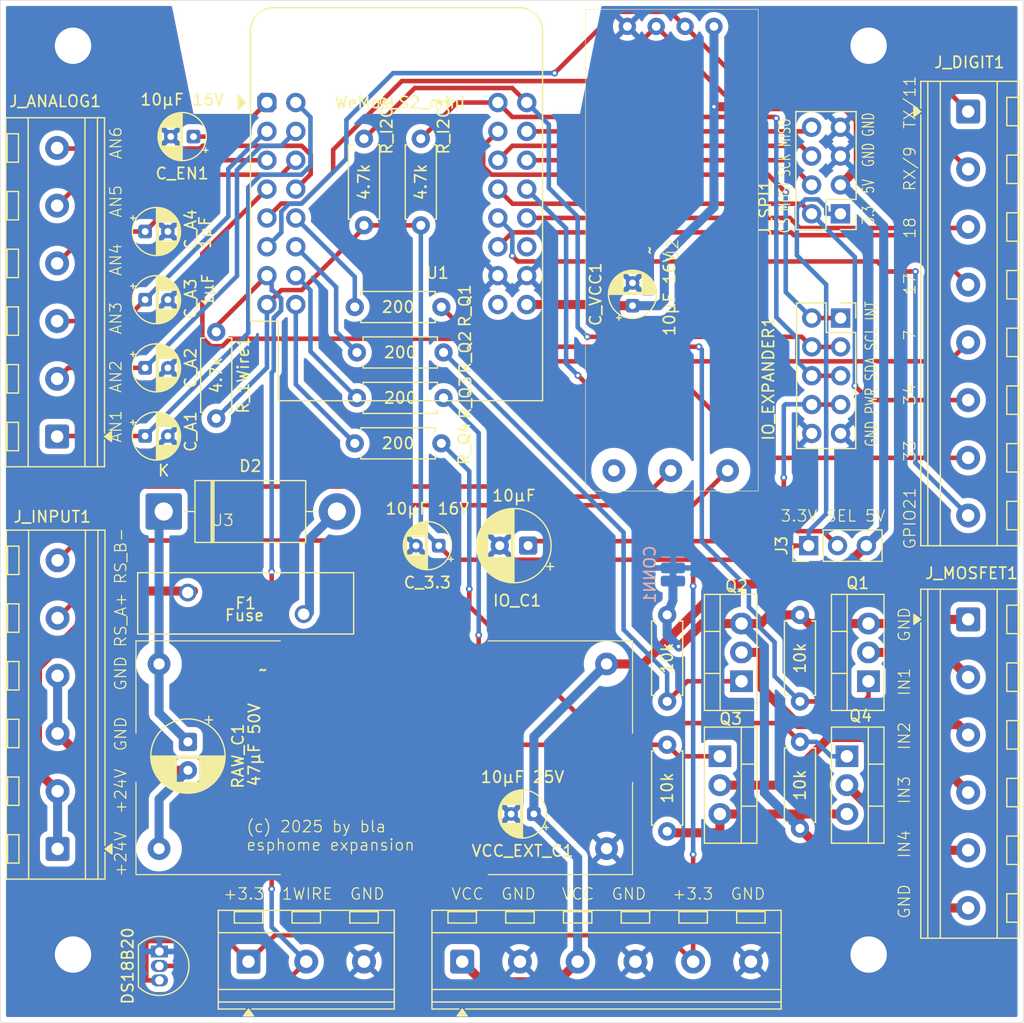
<source format=kicad_pcb>
(kicad_pcb (version 20241229) (generator "pcbnew") (generator_version "9.0")
  (layers (0 "F.Cu" signal) (2 "B.Cu" signal) (13 "F.Paste" user) (15 "B.Paste" user) (5 "F.SilkS" user "F.Silkscreen") (7 "B.SilkS" user "B.Silkscreen") (1 "F.Mask" user) (3 "B.Mask" user) (25 "Edge.Cuts" user))
  (net 0 "")
  (net 1 "GNDD")
  (net 2 "Net-(U1-EN)")
  (net 3 "VCC")
  (net 4 "/DAC_2")
  (net 5 "/GPIO_1")
  (net 6 "/GPIO_4")
  (net 7 "/GPIO_2")
  (net 8 "/GPIO_3")
  (net 11 "/DAC_1")
  (net 12 "/IN_POWER")
  (net 13 "GNDPWR")
  (net 14 "/IN_GROUND")
  (net 15 "/ANAL1")
  (net 16 "/ANAL2")
  (net 17 "+3.3V")
  (net 18 "Net-(IO_EXPANDER1-Pin_7)")
  (net 19 "/IO_INT")
  (net 20 "/IO_SCL")
  (net 21 "/IO_SDA")
  (net 22 "/Q1_INPUT")
  (net 23 "/ANAL3")
  (net 24 "/Q2_INPUT")
  (net 25 "/ANAL4")
  (net 26 "/Q3_INPUT")
  (net 27 "/Q4_INPUT")
  (net 28 "/ANAL6")
  (net 29 "/ANAL5")
  (net 30 "/RS_B-")
  (net 31 "/RS_A+")
  (net 32 "/FUSED")
  (net 33 "/RAW_POWER")
  (net 34 "/MOSI")
  (net 35 "/SPI_SCK")
  (net 36 "/MISO")
  (net 37 "Net-(Q1-G)")
  (net 38 "Net-(Q2-G)")
  (net 39 "Net-(Q3-G)")
  (net 40 "Net-(Q4-G)")
  (net 41 "/1_WIRE")
  (net 42 "/Q1_CTRL")
  (net 43 "/Q2_CTRL")
  (net 44 "/Q3_CTRL")
  (net 45 "/Q4_CTRL")
  (net 46 "/RS485_TX")
  (net 47 "/RS485_RX")
  (footprint "TerminalBlock_RND:TerminalBlock_RND_205-00236_1x06_P5.08mm_Horizontal" (layer "F.Cu") (at 55.64 98.6245)
    (property "Reference" "J_POWER1" (hide yes))
    (property "Value" "Screw_Terminal_01x06" (hide yes))
  )
  (footprint "Resistor_THT:R_Axial_DIN0207_L6.3mm_D2.5mm_P7.62mm_Horizontal" (layer "F.Cu") (at 53.81 53 180)
    (property "Reference" "R_Q4")
    (property "Value" "200")
  )
  (footprint "Capacitor_THT:CP_Radial_D4.0mm_P2.00mm" (layer "F.Cu") (at 61.9466 85.628 180)
    (property "Reference" "VCC_EXT_C1")
    (property "Value" "10µF 25V")
  )
  (footprint "Capacitor_THT:CP_Radial_D4.0mm_P2.00mm" (layer "F.Cu") (at 70.626 40.8806 90)
    (property "Reference" "C_VCC1")
    (property "Value" "10µF 16V")
  )
  (footprint "Capacitor_THT:CP_Radial_D4.0mm_P2.00mm" (layer "F.Cu") (at 27.7434 40.354)
    (property "Reference" "C_A3")
    (property "Value" "1µF")
  )
  (footprint "TerminalBlock_RND:TerminalBlock_RND_205-00236_1x06_P5.08mm_Horizontal" (layer "F.Cu") (at 20 52.4 90)
    (property "Reference" "J_ANALOG1")
    (property "Value" "Screw_Terminal_01x06" (hide yes))
  )
  (footprint "Resistor_THT:R_Axial_DIN0207_L6.3mm_D2.5mm_P7.62mm_Horizontal" (layer "F.Cu") (at 85.358 86.898 90)
    (property "Reference" "R_Q4b1" (hide yes))
    (property "Value" "10k")
  )
  (footprint "MountingHole:MountingHole_3.2mm_M3_Pad" (layer "F.Cu") (at 91.4 18)
    (property "Reference" "H1" (hide yes))
    (property "Value" "MountingHole_Pad" (hide yes))
  )
  (footprint "Connector_PinSocket_2.54mm:PinSocket_2x05_P2.54mm_Vertical" (layer "F.Cu") (at 88.934 41.97)
    (property "Reference" "IO_EXPANDER1")
    (property "Value" "Conn_02x05_Odd_Even" (hide yes))
  )
  (footprint "Package_TO_SOT_THT:TO-220-3_Vertical" (layer "F.Cu") (at 91.388 73.944 90)
    (property "Reference" "Q1")
    (property "Value" "IRLZ44N" (hide yes))
  )
  (footprint "Package_TO_SOT_THT:TO-220-3_Vertical" (layer "F.Cu") (at 78.312 80.548 -90)
    (property "Reference" "Q3")
    (property "Value" "IRLZ44N" (hide yes))
  )
  (footprint "Capacitor_THT:CP_Radial_D4.0mm_P2.00mm" (layer "F.Cu") (at 27.7434 46.354)
    (property "Reference" "C_A2")
    (property "Value" "1µF" (hide yes))
  )
  (footprint "Resistor_THT:R_Axial_DIN0207_L6.3mm_D2.5mm_P7.62mm_Horizontal" (layer "F.Cu") (at 54 45 180)
    (property "Reference" "R_Q2")
    (property "Value" "200")
  )
  (footprint "mod2_footprints:mod_hw-0519-rs-485" (layer "F.Cu") (at 74 36 90)
    (property "Reference" "U2")
    (property "Value" "~")
  )
  (footprint "MountingHole:MountingHole_3.2mm_M3_Pad" (layer "F.Cu") (at 21.4 98)
    (property "Reference" "H3" (hide yes))
    (property "Value" "MountingHole_Pad" (hide yes))
  )
  (footprint "s2mini:WEMOS_S2_mini" (layer "F.Cu") (at 38.46 23)
    (property "Reference" "U1")
    (property "Value" "WeMos_S2_mini")
  )
  (footprint "Capacitor_THT:CP_Radial_D4.0mm_P2.00mm" (layer "F.Cu") (at 32 26 180)
    (property "Reference" "C_EN1")
    (property "Value" "10µF 16V")
  )
  (footprint "Fuse:Fuse_BelFuse_0ZRE0100FF_L18.7mm_W5.1mm" (layer "F.Cu") (at 31.49 66.136)
    (property "Reference" "F1")
    (property "Value" "Fuse")
  )
  (footprint "Resistor_THT:R_Axial_DIN0207_L6.3mm_D2.5mm_P7.62mm_Horizontal" (layer "F.Cu") (at 85.358 68.102 -90)
    (property "Reference" "R_Q1b1" (hide yes))
    (property "Value" "10k")
  )
  (footprint "mod2_footprints:mod_LM2596" (layer "F.Cu") (at 26.938 70.388)
    (property "Reference" "U3")
    (property "Value" "~")
  )
  (footprint "Package_TO_SOT_THT:TO-220-3_Vertical" (layer "F.Cu") (at 89.488 80.548 -90)
    (property "Reference" "Q4")
    (property "Value" "IRLZ44N" (hide yes))
  )
  (footprint "Diode_THT:D_DO-201AD_P15.24mm_Horizontal" (layer "F.Cu") (at 29.38 59)
    (property "Reference" "D2")
    (property "Value" "1N5822" (hide yes))
  )
  (footprint "Capacitor_THT:CP_Radial_D6.3mm_P2.50mm" (layer "F.Cu") (at 31.51 79.278 -90)
    (property "Reference" "RAW_C1")
    (property "Value" "47µF 50V")
  )
  (footprint "Package_TO_SOT_THT:TO-220-3_Vertical" (layer "F.Cu") (at 80.212 73.944 90)
    (property "Reference" "Q2")
    (property "Value" "IRLZ44N" (hide yes))
  )
  (footprint "TerminalBlock_RND:TerminalBlock_RND_205-00233_1x03_P5.08mm_Horizontal" (layer "F.Cu") (at 36.839 98.6245)
    (property "Reference" "J_1WIRE1" (hide yes))
    (property "Value" "Screw_Terminal_01x03" (hide yes))
  )
  (footprint "Capacitor_THT:CP_Radial_D4.0mm_P2.00mm" (layer "F.Cu") (at 53.576 62.006 180)
    (property "Reference" "C_3.3")
    (property "Value" "10µF 16V")
  )
  (footprint "MountingHole:MountingHole_3.2mm_M3_Pad" (layer "F.Cu") (at 21.4 18)
    (property "Reference" "H4" (hide yes))
    (property "Value" "MountingHole_Pad" (hide yes))
  )
  (footprint "Resistor_THT:R_Axial_DIN0207_L6.3mm_D2.5mm_P7.62mm_Horizontal" (layer "F.Cu") (at 73.674 68.102 -90)
    (property "Reference" "R_Q2b1" (hide yes))
    (property "Value" "10k")
  )
  (footprint "TerminalBlock_RND:TerminalBlock_RND_205-00236_1x06_P5.08mm_Horizontal" (layer "F.Cu") (at 100.1575 68.5 -90)
    (property "Reference" "J_MOSFET1")
    (property "Value" "Screw_Terminal_01x06" (hide yes))
  )
  (footprint "Resistor_THT:R_Axial_DIN0207_L6.3mm_D2.5mm_P7.62mm_Horizontal" (layer "F.Cu") (at 47 26.19 -90)
    (property "Reference" "R_I2C2")
    (property "Value" "4.7k")
  )
  (footprint "Resistor_THT:R_Axial_DIN0207_L6.3mm_D2.5mm_P7.62mm_Horizontal" (layer "F.Cu") (at 53.81 41 180)
    (property "Reference" "R_Q1")
    (property "Value" "200")
  )
  (footprint "Capacitor_THT:CP_Radial_D6.3mm_P2.50mm" (layer "F.Cu") (at 61.442 62.006 180)
    (property "Reference" "IO_C1")
    (property "Value" "10µF")
  )
  (footprint "Capacitor_THT:CP_Radial_D4.0mm_P2.00mm" (layer "F.Cu") (at 27.7434 34.354)
    (property "Reference" "C_A4")
    (property "Value" "1µF")
  )
  (footprint "TerminalBlock_RND:TerminalBlock_RND_205-00236_1x06_P5.08mm_Horizontal" (layer "F.Cu") (at 20.0425 88.7 90)
    (property "Reference" "J_INPUT1")
    (property "Value" "Screw_Terminal_01x06" (hide yes))
  )
  (footprint "TerminalBlock_RND:TerminalBlock_RND_205-00238_1x08_P5.08mm_Horizontal" (layer "F.Cu") (at 100.1575 23.796 -90)
    (property "Reference" "J_DIGIT1")
    (property "Value" "Screw_Terminal_01x08" (hide yes))
  )
  (footprint "Resistor_THT:R_Axial_DIN0207_L6.3mm_D2.5mm_P7.62mm_Horizontal" (layer "F.Cu") (at 52 26.19 -90)
    (property "Reference" "R_I2C1")
    (property "Value" "4.7k")
  )
  (footprint "MountingHole:MountingHole_3.2mm_M3_Pad" (layer "F.Cu") (at 91.4 98)
    (property "Reference" "H2" (hide yes))
    (property "Value" "MountingHole_Pad" (hide yes))
  )
  (footprint "Connector_PinHeader_2.54mm:PinHeader_2x04_P2.54mm_Vertical" (layer "F.Cu") (at 88.919 32.796 180)
    (property "Reference" "J_SPI1")
    (property "Value" "Conn_02x04_Odd_Even" (hide yes))
  )
  (footprint "Capacitor_THT:CP_Radial_D4.0mm_P2.00mm" (layer "F.Cu") (at 27.7434 52.354)
    (property "Reference" "C_A1")
    (property "Value" "1µF" (hide yes))
  )
  (footprint "Package_TO_SOT_THT:TO-92_Inline" (layer "F.Cu") (at 29 97.73 -90)
    (property "Reference" "U4" (hide yes))
    (property "Value" "DS18B20")
  )
  (footprint "Resistor_THT:R_Axial_DIN0207_L6.3mm_D2.5mm_P7.62mm_Horizontal" (layer "F.Cu") (at 54 49 180)
    (property "Reference" "R_Q3")
    (property "Value" "200")
  )
  (footprint "Resistor_THT:R_Axial_DIN0207_L6.3mm_D2.5mm_P7.62mm_Horizontal" (layer "F.Cu") (at 73.674 87.152 90)
    (property "Reference" "R_Q3b1" (hide yes))
    (property "Value" "10k")
  )
  (footprint "Resistor_THT:R_Axial_DIN0207_L6.3mm_D2.5mm_P7.62mm_Horizontal" (layer "F.Cu") (at 34 43.19 -90)
    (property "Reference" "R_1Wire1")
    (property "Value" "4.7k")
  )
  (footprint "Connector_PinHeader_2.54mm:PinHeader_1x03_P2.54mm_Vertical" (layer "F.Cu") (at 86.12 62.006 90)
    (property "Reference" "J3")
    (property "Value" "Conn_01x03" (hide yes))
  )
  (footprint "Resistor_SMD:R_0508_1220Metric" (layer "B.Cu") (at 74.182 64.546 -90)
    (property "Reference" "CONN1")
    (property "Value" "0")
  )
  (gr_line (start 74.182 65.054) (end 74.182 66.832) (stroke (width 0.8)) (layer "B.Cu") (net 13))
  (gr_line (start 74.182 64.292) (end 74.182 64.8) (stroke (width 0.6)) (layer "B.Cu") (net 1))
  (gr_line (start 74.182 66.832) (end 73.674 68.102) (stroke (width 0.8)) (layer "B.Cu") (net 13))
  (gr_rect (start 15 14) (end 105 104) (stroke (width 0.05)) (fill no) (layer "Edge.Cuts"))
  (gr_text "GPIO21   33    34     7    17    18   RX/9  TX/11" (at 95.6075 62.396 90) (layer "F.SilkS") (effects (font (size 1 1) (thickness 0.1)) (justify left bottom)))
  (gr_text "+24V  +24V  GND   GND RS_A+ RS_B-" (at 26.176 91.216 90) (layer "F.SilkS") (effects (font (size 1 1) (thickness 0.1)) (justify left bottom)))
  (gr_text "+3.3  1WIRE  GND" (at 34.558 93.248 0) (layer "F.SilkS") (effects (font (size 1 1) (thickness 0.1)) (justify left bottom)))
  (gr_text "3.3V SEL 5V" (at 83.58 59.974 0) (layer "F.SilkS") (effects (font (size 1 1) (thickness 0.1)) (justify left bottom)))
  (gr_text "GND   IN4   IN3   IN2   IN1   GND" (at 95.12 94.916 90) (layer "F.SilkS") (effects (font (size 1 1) (thickness 0.1)) (justify left bottom)))
  (gr_text "3.3  5V  GND GND" (at 91.962 33.812 90) (layer "F.SilkS") (effects (font (size 1 0.7) (thickness 0.1)) (justify left bottom)))
  (gr_text "VCC  GND   VCC  GND   +3.3  GND" (at 54.624 93.248 0) (layer "F.SilkS") (effects (font (size 1 1) (thickness 0.1)) (justify left bottom)))
  (gr_text "CS MOSI SCK MISO" (at 84.599 34.566 90) (layer "F.SilkS") (effects (font (size 1 0.7) (thickness 0.1)) (justify left bottom)))
  (gr_text "AN1  AN2   AN3   AN4   AN5   AN6" (at 25.75 53 90) (layer "F.SilkS") (effects (font (size 1 1) (thickness 0.1)) (justify left bottom)))
  (gr_text "GND PWR SDA SCL INT" (at 92.216 53.37 90) (layer "F.SilkS") (effects (font (size 1 0.75) (thickness 0.1)) (justify left bottom)))
  (gr_text "(c) 2025 by bla\nesphome expansion" (at 36.59 88.93 0) (layer "F.SilkS") (effects (font (size 1 1) (thickness 0.1)) (justify left bottom)))
  (segment (start 32 26) (end 35.46 26) (width 0.4) (layer "F.Cu") (net 2))
  (segment (start 35.46 26) (end 38.46 23) (width 0.4) (layer "F.Cu") (net 2))
  (segment (start 68.8806 40.8806) (end 70.626 40.8806) (width 0.8) (layer "F.Cu") (net 3))
  (segment (start 90.4884 24.5485) (end 90.4884 28.6866) (width 0.8) (layer "F.Cu") (net 3))
  (segment (start 71.5717 72.42) (end 78.6059 65.3858) (width 0.8) (layer "F.Cu") (net 3))
  (segment (start 87.8202 65.3858) (end 91.2 62.006) (width 0.8) (layer "F.Cu") (net 3))
  (segment (start 77.79 23.3683) (end 89.3082 23.3683) (width 0.8) (layer "F.Cu") (net 3))
  (segment (start 68.78 40.78) (end 68.8806 40.8806) (width 0.8) (layer "F.Cu") (net 3))
  (segment (start 61.32 40.78) (end 68.78 40.78) (width 0.8) (layer "F.Cu") (net 3))
  (segment (start 57.4158 100.4003) (end 55.64 98.6245) (width 0.8) (layer "F.Cu") (net 3))
  (segment (start 90.4884 28.6866) (end 88.919 30.256) (width 0.8) (layer "F.Cu") (net 3))
  (segment (start 65.8 98.6245) (end 64.0242 100.4003) (width 0.8) (layer "F.Cu") (net 3))
  (segment (start 64.0242 100.4003) (end 57.4158 100.4003) (width 0.8) (layer "F.Cu") (net 3))
  (segment (start 89.3082 23.3683) (end 90.4884 24.5485) (width 0.8) (layer "F.Cu") (net 3))
  (segment (start 78.6059 65.3858) (end 87.8202 65.3858) (width 0.8) (layer "F.Cu") (net 3))
  (segment (start 68.34 72.42) (end 71.5717 72.42) (width 0.8) (layer "F.Cu") (net 3))
  (via (at 77.79 23.3683) (size 0.8) (drill 0.3) (layers "F.Cu" "B.Cu") (net 3))
  (segment (start 92.724 60.482) (end 91.2 62.006) (width 0.8) (layer "B.Cu") (net 3))
  (segment (start 89.1128 30.256) (end 92.724 33.8672) (width 0.8) (layer "B.Cu") (net 3))
  (segment (start 65.8 89.4814) (end 61.9466 85.628) (width 0.8) (layer "B.Cu") (net 3))
  (segment (start 92.724 33.8672) (end 92.724 60.482) (width 0.8) (layer "B.Cu") (net 3))
  (segment (start 61.9466 78.8134) (end 61.9466 85.628) (width 0.8) (layer "B.Cu") (net 3))
  (segment (start 65.8 98.6245) (end 65.8 89.4814) (width 0.8) (layer "B.Cu") (net 3))
  (segment (start 88.919 30.256) (end 89.1128 30.256) (width 0.8) (layer "B.Cu") (net 3))
  (segment (start 77.79 32.21) (end 73.42 36.58) (width 0.8) (layer "B.Cu") (net 3))
  (segment (start 73.42 40.416) (end 72.9554 40.8806) (width 0.8) (layer "B.Cu") (net 3))
  (segment (start 72.9554 40.8806) (end 70.626 40.8806) (width 0.8) (layer "B.Cu") (net 3))
  (segment (start 77.79 16.3) (end 77.79 23.3683) (width 0.8) (layer "B.Cu") (net 3))
  (segment (start 73.42 36.58) (end 73.42 40.416) (width 0.8) (layer "B.Cu") (net 3))
  (segment (start 68.34 72.42) (end 61.9466 78.8134) (width 0.8) (layer "B.Cu") (net 3))
  (segment (start 77.79 23.3683) (end 77.79 32.21) (width 0.8) (layer "B.Cu") (net 3))
  (segment (start 100.0658 34.0477) (end 100.1575 33.956) (width 0.4) (layer "F.Cu") (net 4))
  (segment (start 84.4591 33.16) (end 85.3468 34.0477) (width 0.4) (layer "F.Cu") (net 4))
  (segment (start 61.32 33.16) (end 84.4591 33.16) (width 0.4) (layer "F.Cu") (net 4))
  (segment (start 85.3468 34.0477) (end 100.0658 34.0477) (width 0.4) (layer "F.Cu") (net 4))
  (segment (start 93.0389 37.876) (end 92.1512 36.9883) (width 0.4) (layer "F.Cu") (net 5))
  (segment (start 92.1512 36.9883) (end 60.5483 36.9883) (width 0.4) (layer "F.Cu") (net 5))
  (segment (start 60.5483 36.9883) (end 60.05 36.49) (width 0.4) (layer "F.Cu") (net 5))
  (segment (start 95.518 37.876) (end 93.0389 37.876) (width 0.4) (layer "F.Cu") (net 5))
  (via (at 60.05 36.49) (size 0.6) (drill 0.3) (layers "F.Cu" "B.Cu") (net 5))
  (via (at 95.518 37.876) (size 0.6) (drill 0.3) (layers "F.Cu" "B.Cu") (net 5))
  (segment (start 95.518 54.7165) (end 100.1575 59.356) (width 0.4) (layer "B.Cu") (net 5))
  (segment (start 60.05 36.49) (end 60.05 34.43) (width 0.4) (layer "B.Cu") (net 5))
  (segment (start 60.05 34.43) (end 58.78 33.16) (width 0.4) (layer "B.Cu") (net 5))
  (segment (start 95.518 37.876) (end 95.518 54.7165) (width 0.4) (layer "B.Cu") (net 5))
  (segment (start 33.5355 44.4474) (end 32.7805 43.6924) (width 0.4) (layer "F.Cu") (net 6))
  (segment (start 34.5426 44.4474) (end 33.5355 44.4474) (width 0.4) (layer "F.Cu") (net 6))
  (segment (start 35.1969 43.7931) (end 34.5426 44.4474) (width 0.4) (layer "F.Cu") (net 6))
  (segment (start 100.1575 44.116) (end 98.4935 45.78) (width 0.4) (layer "F.Cu") (net 6))
  (segment (start 98.4935 45.78) (end 56.8928 45.78) (width 0.4) (layer "F.Cu") (net 6))
  (segment (start 56.8928 45.78) (end 54.9059 43.7931) (width 0.4) (layer "F.Cu") (net 6))
  (segment (start 54.9059 43.7931) (end 35.1969 43.7931) (width 0.4) (layer "F.Cu") (net 6))
  (segment (start 32.7805 36.2995) (end 38.46 30.62) (width 0.4) (layer "F.Cu") (net 6))
  (segment (start 32.7805 43.6924) (end 32.7805 36.2995) (width 0.4) (layer "F.Cu") (net 6))
  (segment (start 67.0898 48.29) (end 75.7928 48.29) (width 0.4) (layer "F.Cu") (net 7))
  (segment (start 65.8198 47.02) (end 67.0898 48.29) (width 0.4) (layer "F.Cu") (net 7))
  (segment (start 75.7928 48.29) (end 81.7788 54.276) (width 0.4) (layer "F.Cu") (net 7))
  (segment (start 81.7788 54.276) (end 100.1575 54.276) (width 0.4) (layer "F.Cu") (net 7))
  (via (at 65.8198 47.02) (size 0.6) (drill 0.3) (layers "F.Cu" "B.Cu") (net 7))
  (segment (start 65.8198 47.02) (end 64.784 45.9842) (width 0.4) (layer "B.Cu") (net 7))
  (segment (start 64.784 45.9842) (end 64.784 34.084) (width 0.4) (layer "B.Cu") (net 7))
  (segment (start 64.784 34.084) (end 61.32 30.62) (width 0.4) (layer "B.Cu") (net 7))
  (segment (start 85.4913 31.9083) (end 60.0683 31.9083) (width 0.4) (layer "F.Cu") (net 8))
  (segment (start 90.1857 47.929) (end 91.4527 49.196) (width 0.4) (layer "F.Cu") (net 8))
  (segment (start 91.4527 49.196) (end 100.1575 49.196) (width 0.4) (layer "F.Cu") (net 8))
  (segment (start 60.0683 31.9083) (end 58.78 30.62) (width 0.4) (layer "F.Cu") (net 8))
  (segment (start 86.379 32.796) (end 85.4913 31.9083) (width 0.4) (layer "F.Cu") (net 8))
  (via (at 90.1857 47.929) (size 0.6) (drill 0.3) (layers "F.Cu" "B.Cu") (net 8))
  (segment (start 90.1857 36.6027) (end 90.1857 47.929) (width 0.4) (layer "B.Cu") (net 8))
  (segment (start 86.379 32.796) (end 90.1857 36.6027) (width 0.4) (layer "B.Cu") (net 8))
  (segment (start 84.827 34.6789) (end 95.8004 34.6789) (width 0.4) (layer "F.Cu") (net 11))
  (segment (start 60.0501 34.4299) (end 84.578 34.4299) (width 0.4) (layer "F.Cu") (net 11))
  (segment (start 58.78 35.7) (end 60.0501 34.4299) (width 0.4) (layer "F.Cu") (net 11))
  (segment (start 95.8004 34.6789) (end 100.1575 39.036) (width 0.4) (layer "F.Cu") (net 11))
  (segment (start 84.578 34.4299) (end 84.827 34.6789) (width 0.4) (layer "F.Cu") (net 11))
  (segment (start 28.97 59.41) (end 28.97 72.42) (width 0.8) (layer "B.Cu") (net 12))
  (segment (start 31.51 79.278) (end 28.97 76.738) (width 0.8) (layer "B.Cu") (net 12))
  (segment (start 28.97 76.738) (end 28.97 72.42) (width 0.8) (layer "B.Cu") (net 12))
  (segment (start 29.38 59) (end 28.97 59.41) (width 0.8) (layer "B.Cu") (net 12))
  (segment (start 80.6787 68.864) (end 80.212 68.864) (width 0.8) (layer "F.Cu") (net 13))
  (segment (start 80.212 68.864) (end 76.7714 68.864) (width 0.8) (layer "F.Cu") (net 13))
  (segment (start 73.674 87.152) (end 73.8042 87.2822) (width 0.8) (layer "F.Cu") (net 13))
  (segment (start 89.488 85.628) (end 85.358 85.628) (width 0.8) (layer "F.Cu") (net 13))
  (segment (start 86.12 68.864) (end 85.358 68.102) (width 0.8) (layer "F.Cu") (net 13))
  (segment (start 80.6787 68.864) (end 81.9137 68.864) (width 0.8) (layer "F.Cu") (net 13))
  (segment (start 85.358 85.628) (end 78.312 85.628) (width 0.8) (layer "F.Cu") (net 13))
  (segment (start 100.1575 93.9) (end 92.36 93.9) (width 0.8) (layer "F.Cu") (net 13))
  (segment (start 74.712 70.9234) (end 74.6692 70.8806) (width 0.8) (layer "F.Cu") (net 13))
  (segment (start 85.358 85.628) (end 85.358 86.898) (width 0.8) (layer "F.Cu") (net 13))
  (segment (start 78.312 85.628) (end 78.312 87.2822) (width 0.8) (layer "F.Cu") (net 13))
  (segment (start 82.6757 68.102) (end 81.9137 68.864) (width 0.8) (layer "F.Cu") (net 13))
  (segment (start 91.388 68.864) (end 93.0897 68.864) (width 0.8) (layer "F.Cu") (net 13))
  (segment (start 76.7714 68.864) (end 74.712 70.9234) (width 0.8) (layer "F.Cu") (net 13))
  (segment (start 93.4537 68.5) (end 93.0897 68.864) (width 0.8) (layer "F.Cu") (net 13))
  (segment (start 100.1575 68.5) (end 93.4537 68.5) (width 0.8) (layer "F.Cu") (net 13))
  (segment (start 91.388 68.864) (end 86.12 68.864) (width 0.8) (layer "F.Cu") (net 13))
  (segment (start 73.8042 87.2822) (end 78.312 87.2822) (width 0.8) (layer "F.Cu") (net 13))
  (segment (start 85.358 68.102) (end 82.6757 68.102) (width 0.8) (layer "F.Cu") (net 13))
  (segment (start 92.36 93.9) (end 85.358 86.898) (width 0.8) (layer "F.Cu") (net 13))
  (via (at 74.6692 70.8806) (size 0.8) (drill 0.3) (layers "F.Cu" "B.Cu") (net 13))
  (segment (start 85.358 86.898) (end 82.2266 83.7666) (width 0.8) (layer "B.Cu") (net 13))
  (segment (start 73.674 69.8854) (end 73.674 68.102) (width 0.8) (layer "B.Cu") (net 13))
  (segment (start 82.2266 83.7666) (end 82.2266 70.8786) (width 0.8) (layer "B.Cu") (net 13))
  (segment (start 82.2266 70.8786) (end 80.212 68.864) (width 0.8) (layer "B.Cu") (net 13))
  (segment (start 74.712 70.9234) (end 73.674 69.8854) (width 0.8) (layer "B.Cu") (net 13))
  (segment (start 74.712 70.9234) (end 74.6692 70.8806) (width 0.8) (layer "B.Cu") (net 13))
  (segment (start 23.2805 81.778) (end 31.51 81.778) (width 0.8) (layer "F.Cu") (net 14))
  (segment (start 20.0425 78.54) (end 23.2805 81.778) (width 0.8) (layer "F.Cu") (net 14))
  (segment (start 31.51 81.778) (end 28.97 84.318) (width 0.8) (layer "B.Cu") (net 14))
  (segment (start 20.0425 73.46) (end 20.0425 78.54) (width 0.8) (layer "B.Cu") (net 14))
  (segment (start 28.97 84.318) (end 28.97 88.676) (width 0.8) (layer "B.Cu") (net 14))
  (segment (start 27.7434 52.354) (end 20.046 52.354) (width 0.4) (layer "F.Cu") (net 15))
  (segment (start 20.046 52.354) (end 20 52.4) (width 0.4) (layer "F.Cu") (net 15))
  (segment (start 41.5078 29.35) (end 42.2898 28.568) (width 0.4) (layer "B.Cu") (net 15))
  (segment (start 42.2898 24.2898) (end 41 23) (width 0.4) (layer "B.Cu") (net 15))
  (segment (start 27.7434 52.354) (end 36.8164 43.281) (width 0.4) (layer "B.Cu") (net 15))
  (segment (start 36.8164 30.4742) (end 37.9406 29.35) (width 0.4) (layer "B.Cu") (net 15))
  (segment (start 37.9406 29.35) (end 41.5078 29.35) (width 0.4) (layer "B.Cu") (net 15))
  (segment (start 36.8164 43.281) (end 36.8164 30.4742) (width 0.4) (layer "B.Cu") (net 15))
  (segment (start 42.2898 28.568) (end 42.2898 24.2898) (width 0.4) (layer "B.Cu") (net 15))
  (segment (start 27.7434 46.354) (end 20.966 46.354) (width 0.4) (layer "F.Cu") (net 16))
  (segment (start 20.966 46.354) (end 20 47.32) (width 0.4) (layer "F.Cu") (net 16))
  (segment (start 39.73 26.81) (end 37.9559 26.81) (width 0.4) (layer "B.Cu") (net 16))
  (segment (start 41 25.54) (end 39.73 26.81) (width 0.4) (layer "B.Cu") (net 16))
  (segment (start 37.9559 26.81) (end 35.828 28.9379) (width 0.4) (layer "B.Cu") (net 16))
  (segment (start 35.828 38.2694) (end 27.7434 46.354) (width 0.4) (layer "B.Cu") (net 16))
  (segment (start 35.828 28.9379) (end 35.828 38.2694) (width 0.4) (layer "B.Cu") (net 16))
  (segment (start 28.0427 96.8033) (end 27.8483 96.9977) (width 0.4) (layer "F.Cu") (net 17))
  (segment (start 29 100.27) (end 27.8483 100.27) (width 0.4) (layer "F.Cu") (net 17))
  (segment (start 35.0178 96.8033) (end 28.0427 96.8033) (width 0.4) (layer "F.Cu") (net 17))
  (segment (start 86.12 62.006) (end 84.8683 62.006) (width 0.4) (layer "F.Cu") (net 17))
  (segment (start 75.96 89.184) (end 75.96 98.6245) (width 0.4) (layer "F.Cu") (net 17))
  (segment (start 54.8158 63.2458) (end 75.96 63.2458) (width 0.4) (layer "F.Cu") (net 17))
  (segment (start 53.576 62.006) (end 54.8158 63.2458) (width 0.4) (layer "F.Cu") (net 17))
  (segment (start 36.839 98.6245) (end 35.0178 96.8033) (width 0.4) (layer "F.Cu") (net 17))
  (segment (start 75.96 98.6245) (end 73.6315 96.296) (width 0.4) (layer "F.Cu") (net 17))
  (segment (start 47 33.81) (end 47 34.0317) (width 0.4) (layer "F.Cu") (net 17))
  (segment (start 75.96 63.2458) (end 83.6285 63.2458) (width 0.4) (layer "F.Cu") (net 17))
  (segment (start 83.6285 63.2458) (end 84.8683 62.006) (width 0.4) (layer "F.Cu") (net 17))
  (segment (start 52 33.81) (end 47 33.81) (width 0.4) (layer "F.Cu") (net 17))
  (segment (start 41.5217 39.51) (end 39.73 39.51) (width 0.4) (layer "F.Cu") (net 17))
  (segment (start 39.73 39.51) (end 38.46 40.78) (width 0.4) (layer "F.Cu") (net 17))
  (segment (start 73.6315 96.296) (end 39.1675 96.296) (width 0.4) (layer "F.Cu") (net 17))
  (segment (start 75.96 63.2458) (end 75.96 65.562) (width 0.4) (layer "F.Cu") (net 17))
  (segment (start 27.8483 96.9977) (end 27.8483 100.27) (width 0.4) (layer "F.Cu") (net 17))
  (segment (start 47 34.0317) (end 41.5217 39.51) (width 0.4) (layer "F.Cu") (net 17))
  (segment (start 39.1675 96.296) (end 36.839 98.6245) (width 0.4) (layer "F.Cu") (net 17))
  (via (at 75.96 89.184) (size 0.6) (drill 0.3) (layers "F.Cu" "B.Cu") (net 17))
  (via (at 75.96 65.562) (size 0.6) (drill 0.3) (layers "F.Cu" "B.Cu") (net 17))
  (segment (start 53.576 62.006) (end 52 60.43) (width 0.4) (layer "B.Cu") (net 17))
  (segment (start 52 60.43) (end 52 33.81) (width 0.4) (layer "B.Cu") (net 17))
  (segment (start 85.8339 31.526) (end 85.0852 32.2747) (width 0.4) (layer "B.Cu") (net 17))
  (segment (start 85.0852 36.4537) (end 87.664 39.0325) (width 0.4) (layer "B.Cu") (net 17))
  (segment (start 87.6673 32.796) (end 87.6673 32.2484) (width 0.4) (layer "B.Cu") (net 17))
  (segment (start 38.46 40.78) (end 38.46 46.35) (width 0.4) (layer "B.Cu") (net 17))
  (segment (start 87.664 59.2103) (end 86.12 60.7543) (width 0.4) (layer "B.Cu") (net 17))
  (segment (start 86.9449 31.526) (end 85.8339 31.526) (width 0.4) (layer "B.Cu") (net 17))
  (segment (start 87.6673 32.2484) (end 86.9449 31.526) (width 0.4) (layer "B.Cu") (net 17))
  (segment (start 85.0852 32.2747) (end 85.0852 36.4537) (width 0.4) (layer "B.Cu") (net 17))
  (segment (start 38.46 46.35) (end 34 50.81) (width 0.4) (layer "B.Cu") (net 17))
  (segment (start 88.919 32.796) (end 87.6673 32.796) (width 0.4) (layer "B.Cu") (net 17))
  (segment (start 75.96 65.562) (end 75.96 89.184) (width 0.4) (layer "B.Cu") (net 17))
  (segment (start 86.12 62.006) (end 86.12 60.7543) (width 0.4) (layer "B.Cu") (net 17))
  (segment (start 87.664 39.0325) (end 87.664 59.2103) (width 0.4) (layer "B.Cu") (net 17))
  (segment (start 83.9328 59.5648) (end 85.1024 60.7344) (width 0.4) (layer "F.Cu") (net 18))
  (segment (start 83.9328 56.0088) (end 83.9328 58.45) (width 0.4) (layer "F.Cu") (net 18))
  (segment (start 86.394 49.59) (end 88.934 49.59) (width 0.4) (layer "F.Cu") (net 18))
  (segment (start 83.9328 58.45) (end 80.773 61.6098) (width 0.4) (layer "F.Cu") (net 18))
  (segment (start 85.1024 60.7344) (end 87.3884 60.7344) (width 0.4) (layer "F.Cu") (net 18))
  (segment (start 80.773 61.6098) (end 61.8382 61.6098) (width 0.4) (layer "F.Cu") (net 18))
  (segment (start 87.3884 60.7344) (end 88.66 62.006) (width 0.4) (layer "F.Cu") (net 18))
  (segment (start 83.9328 56.0088) (end 83.9328 59.5648) (width 0.4) (layer "F.Cu") (net 18))
  (segment (start 61.8382 61.6098) (end 61.442 62.006) (width 0.4) (layer "F.Cu") (net 18))
  (via (at 83.9328 56.0088) (size 0.6) (drill 0.3) (layers "F.Cu" "B.Cu") (net 18))
  (segment (start 83.9328 56.0088) (end 83.9328 49.7152) (width 0.4) (layer "B.Cu") (net 18))
  (segment (start 84.088 49.56) (end 86.364 49.56) (width 0.4) (layer "B.Cu") (net 18))
  (segment (start 83.9328 49.7152) (end 84.088 49.56) (width 0.4) (layer "B.Cu") (net 18))
  (segment (start 86.364 49.56) (end 86.394 49.59) (width 0.4) (layer "B.Cu") (net 18))
  (segment (start 86.394 41.97) (end 88.934 41.97) (width 0.4) (layer "F.Cu") (net 19))
  (segment (start 57.4902 26.8298) (end 58.78 25.54) (width 0.4) (layer "F.Cu") (net 19))
  (segment (start 82.5487 29.35) (end 58.2125 29.35) (width 0.4) (layer "F.Cu") (net 19))
  (segment (start 57.4902 28.6277) (end 57.4902 26.8298) (width 0.4) (layer "F.Cu") (net 19))
  (segment (start 58.2125 29.35) (end 57.4902 28.6277) (width 0.4) (layer "F.Cu") (net 19))
  (segment (start 84.1054 30.9067) (end 82.5487 29.35) (width 0.4) (layer "F.Cu") (net 19))
  (via (at 84.1054 30.9067) (size 0.6) (drill 0.3) (layers "F.Cu" "B.Cu") (net 19))
  (segment (start 84.1054 39.6814) (end 86.394 41.97) (width 0.4) (layer "B.Cu") (net 19))
  (segment (start 84.1054 30.9067) (end 84.1054 39.6814) (width 0.4) (layer "B.Cu") (net 19))
  (segment (start 88.934 44.51) (end 86.394 44.51) (width 0.4) (layer "F.Cu") (net 20))
  (segment (start 47 26.19) (end 51.4658 21.7242) (width 0.4) (layer "F.Cu") (net 20))
  (segment (start 51.4658 21.7242) (end 56.5541 21.7242) (width 0.4) (layer "F.Cu") (net 20))
  (segment (start 60.0427 21.7227) (end 61.32 23) (width 0.4) (layer "F.Cu") (net 20))
  (segment (start 66.6472 43.6237) (end 85.5077 43.6237) (width 0.4) (layer "F.Cu") (net 20))
  (segment (start 56.5556 21.7227) (end 60.0427 21.7227) (width 0.4) (layer "F.Cu") (net 20))
  (segment (start 56.5541 21.7242) (end 56.5556 21.7227) (width 0.4) (layer "F.Cu") (net 20))
  (segment (start 85.5077 43.6237) (end 86.394 44.51) (width 0.4) (layer "F.Cu") (net 20))
  (via (at 66.6472 43.6237) (size 0.6) (drill 0.3) (layers "F.Cu" "B.Cu") (net 20))
  (segment (start 65.8 42.7765) (end 66.6472 43.6237) (width 0.4) (layer "B.Cu") (net 20))
  (segment (start 63.26 24.94) (end 63.26 30.51) (width 0.4) (layer "B.Cu") (net 20))
  (segment (start 65.8 33.05) (end 65.8 42.7765) (width 0.4) (layer "B.Cu") (net 20))
  (segment (start 63.26 30.51) (end 65.8 33.05) (width 0.4) (layer "B.Cu") (net 20))
  (segment (start 61.32 23) (end 63.26 24.94) (width 0.4) (layer "B.Cu") (net 20))
  (segment (start 52 26.19) (end 55.19 23) (width 0.4) (layer "F.Cu") (net 21))
  (segment (start 88.934 47.05) (end 86.394 47.05) (width 0.4) (layer "F.Cu") (net 21))
  (segment (start 60.05 24.27) (end 83.1596 24.27) (width 0.4) (layer "F.Cu") (net 21))
  (segment (start 55.19 23) (end 58.78 23) (width 0.4) (layer "F.Cu") (net 21))
  (segment (start 83.1596 24.27) (end 83.278 24.3884) (width 0.4) (layer "F.Cu") (net 21))
  (segment (start 58.78 23) (end 60.05 24.27) (width 0.4) (layer "F.Cu") (net 21))
  (via (at 83.278 24.3884) (size 0.6) (drill 0.3) (layers "F.Cu" "B.Cu") (net 21))
  (segment (start 85.1288 43.7509) (end 83.278 41.9001) (width 0.4) (layer "B.Cu") (net 21))
  (segment (start 86.394 47.05) (end 85.1288 45.7848) (width 0.4) (layer "B.Cu") (net 21))
  (segment (start 83.278 41.9001) (end 83.278 24.3884) (width 0.4) (layer "B.Cu") (net 21))
  (segment (start 85.1288 45.7848) (end 85.1288 43.7509) (width 0.4) (layer "B.Cu") (net 21))
  (segment (start 97.9815 71.404) (end 91.388 71.404) (width 0.8) (layer "F.Cu") (net 22))
  (segment (start 100.1575 73.58) (end 97.9815 71.404) (width 0.8) (layer "F.Cu") (net 22))
  (segment (start 20 42.24) (end 25.8574 42.24) (width 0.4) (layer "F.Cu") (net 23))
  (segment (start 25.8574 42.24) (end 27.7434 40.354) (width 0.4) (layer "F.Cu") (net 23))
  (segment (start 38.46 25.54) (end 38.3566 25.54) (width 0.4) (layer "B.Cu") (net 23))
  (segment (start 38.3566 25.54) (end 35.066 28.8306) (width 0.4) (layer "B.Cu") (net 23))
  (segment (start 35.066 33.0314) (end 27.7434 40.354) (width 0.4) (layer "B.Cu") (net 23))
  (segment (start 35.066 28.8306) (end 35.066 33.0314) (width 0.4) (layer "B.Cu") (net 23))
  (segment (start 85.2077 77.7587) (end 99.2562 77.7587) (width 0.8) (layer "F.Cu") (net 24))
  (segment (start 81.9137 74.4647) (end 85.2077 77.7587) (width 0.8) (layer "F.Cu") (net 24))
  (segment (start 81.9137 71.404) (end 81.9137 74.4647) (width 0.8) (layer "F.Cu") (net 24))
  (segment (start 99.2562 77.7587) (end 100.1575 78.66) (width 0.8) (layer "F.Cu") (net 24))
  (segment (start 80.212 71.404) (end 81.9137 71.404) (width 0.8) (layer "F.Cu") (net 24))
  (segment (start 41 28.08) (end 39.7301 29.3499) (width 0.4) (layer "F.Cu") (net 25))
  (segment (start 27.7434 34.354) (end 22.806 34.354) (width 0.4) (layer "F.Cu") (net 25))
  (segment (start 32.7475 29.3499) (end 27.7434 34.354) (width 0.4) (layer "F.Cu") (net 25))
  (segment (start 39.7301 29.3499) (end 32.7475 29.3499) (width 0.4) (layer "F.Cu") (net 25))
  (segment (start 22.806 34.354) (end 20 37.16) (width 0.4) (layer "F.Cu") (net 25))
  (segment (start 87.9247 78.8938) (end 83.7305 83.088) (width 0.8) (layer "F.Cu") (net 26))
  (segment (start 100.1575 83.74) (end 95.3113 78.8938) (width 0.8) (layer "F.Cu") (net 26))
  (segment (start 83.7305 83.088) (end 78.312 83.088) (width 0.8) (layer "F.Cu") (net 26))
  (segment (start 95.3113 78.8938) (end 87.9247 78.8938) (width 0.8) (layer "F.Cu") (net 26))
  (segment (start 95.22 88.82) (end 89.488 83.088) (width 0.8) (layer "F.Cu") (net 27))
  (segment (start 100.1575 88.82) (end 95.22 88.82) (width 0.8) (layer "F.Cu") (net 27))
  (segment (start 20.0508 27.0508) (end 20 27) (width 0.4) (layer "F.Cu") (net 28))
  (segment (start 41.5206 26.81) (end 32.8129 26.81) (width 0.4) (layer "F.Cu") (net 28))
  (segment (start 32.5721 27.0508) (end 20.0508 27.0508) (width 0.4) (layer "F.Cu") (net 28))
  (segment (start 42.3113 29.3087) (end 42.3113 27.6007) (width 0.4) (layer "F.Cu") (net 28))
  (segment (start 32.8129 26.81) (end 32.5721 27.0508) (width 0.4) (layer "F.Cu") (net 28))
  (segment (start 41 30.62) (end 42.3113 29.3087) (width 0.4) (layer "F.Cu") (net 28))
  (segment (start 42.3113 27.6007) (end 41.5206 26.81) (width 0.4) (layer "F.Cu") (net 28))
  (segment (start 38.46 28.08) (end 24 28.08) (width 0.4) (layer "F.Cu") (net 29))
  (segment (start 24 28.08) (end 20 32.08) (width 0.4) (layer "F.Cu") (net 29))
  (segment (start 73.99 55.4) (end 71.702 57.688) (width 0.4) (layer "F.Cu") (net 30))
  (segment (start 62.752 57.688) (end 61.8657 56.8017) (width 0.4) (layer "F.Cu") (net 30))
  (segment (start 61.8657 56.8017) (end 26.5408 56.8017) (width 0.4) (layer "F.Cu") (net 30))
  (segment (start 71.702 57.688) (end 62.752 57.688) (width 0.4) (layer "F.Cu") (net 30))
  (segment (start 26.5408 56.8017) (end 20.0425 63.3) (width 0.4) (layer "F.Cu") (net 30))
  (segment (start 47.4333 61.5551) (end 50.5384 58.45) (width 0.4) (layer "F.Cu") (net 31))
  (segment (start 26.8674 61.5551) (end 47.4333 61.5551) (width 0.4) (layer "F.Cu") (net 31))
  (segment (start 75.94 58.45) (end 78.99 55.4) (width 0.4) (layer "F.Cu") (net 31))
  (segment (start 20.0425 68.38) (end 26.8674 61.5551) (width 0.4) (layer "F.Cu") (net 31))
  (segment (start 50.5384 58.45) (end 75.94 58.45) (width 0.4) (layer "F.Cu") (net 31))
  (segment (start 44.62 59) (end 42.2 61.42) (width 0.8) (layer "B.Cu") (net 32))
  (segment (start 42.2 61.42) (end 42.2 67.9) (width 0.8) (layer "B.Cu") (net 32))
  (segment (start 18.2738 72.7349) (end 25.0087 66) (width 0.8) (layer "F.Cu") (net 33))
  (segment (start 25.0087 66) (end 32 66) (width 0.8) (layer "F.Cu") (net 33))
  (segment (start 18.2738 81.8513) (end 18.2738 72.7349) (width 0.8) (layer "F.Cu") (net 33))
  (segment (start 20.0425 83.62) (end 18.2738 81.8513) (width 0.8) (layer "F.Cu") (net 33))
  (segment (start 20.0425 88.7) (end 20.0425 83.62) (width 0.8) (layer "B.Cu") (net 33))
  (segment (start 86.379 30.256) (end 84.203 28.08) (width 0.4) (layer "F.Cu") (net 34))
  (segment (start 84.203 28.08) (end 61.32 28.08) (width 0.4) (layer "F.Cu") (net 34))
  (segment (start 85.473 26.81) (end 60.05 26.81) (width 0.4) (layer "F.Cu") (net 35))
  (segment (start 60.05 26.81) (end 58.78 28.08) (width 0.4) (layer "F.Cu") (net 35))
  (segment (start 86.379 27.716) (end 85.473 26.81) (width 0.4) (layer "F.Cu") (net 35))
  (segment (start 86.015 25.54) (end 86.379 25.176) (width 0.4) (layer "F.Cu") (net 36))
  (segment (start 61.32 25.54) (end 86.015 25.54) (width 0.4) (layer "F.Cu") (net 36))
  (segment (start 76.468 44.498) (end 57.308 44.498) (width 0.4) (layer "F.Cu") (net 37))
  (segment (start 91.388 73.944) (end 91.388 75.2982) (width 0.4) (layer "F.Cu") (net 37))
  (segment (start 57.308 44.498) (end 53.81 41) (width 0.4) (layer "F.Cu") (net 37))
  (segment (start 85.358 75.722) (end 90.9642 75.722) (width 0.4) (layer "F.Cu") (net 37))
  (segment (start 90.9642 75.722) (end 91.388 75.2982) (width 0.4) (layer "F.Cu") (net 37))
  (via (at 76.468 44.498) (size 0.6) (drill 0.3) (layers "F.Cu" "B.Cu") (net 37))
  (segment (start 83.1276 73.4916) (end 85.358 75.722) (width 0.4) (layer "B.Cu") (net 37))
  (segment (start 83.1276 70.505394) (end 83.1276 73.4916) (width 0.4) (layer "B.Cu") (net 37))
  (segment (start 81.713 69.090794) (end 83.1276 70.505394) (width 0.4) (layer "B.Cu") (net 37))
  (segment (start 76.722 61.655897) (end 80.861559 65.795456) (width 0.4) (layer "B.Cu") (net 37))
  (segment (start 80.861559 67.4105) (end 81.713 68.261941) (width 0.4) (layer "B.Cu") (net 37))
  (segment (start 76.468 44.498) (end 76.722 44.752) (width 0.4) (layer "B.Cu") (net 37))
  (segment (start 80.861559 65.795456) (end 80.861559 67.4105) (width 0.4) (layer "B.Cu") (net 37))
  (segment (start 81.713 68.261941) (end 81.713 69.090794) (width 0.4) (layer "B.Cu") (net 37))
  (segment (start 76.722 44.752) (end 76.722 61.655897) (width 0.4) (layer "B.Cu") (net 37))
  (segment (start 80.212 73.944) (end 75.452 73.944) (width 0.4) (layer "F.Cu") (net 38))
  (segment (start 75.452 73.944) (end 73.674 75.722) (width 0.4) (layer "F.Cu") (net 38))
  (segment (start 69.8402 69.4022) (end 73.674 73.236) (width 0.4) (layer "B.Cu") (net 38))
  (segment (start 73.674 73.236) (end 73.674 75.722) (width 0.4) (layer "B.Cu") (net 38))
  (segment (start 69.8402 60.8402) (end 69.8402 69.4022) (width 0.4) (layer "B.Cu") (net 38))
  (segment (start 54 45) (end 69.8402 60.8402) (width 0.4) (layer "B.Cu") (net 38))
  (segment (start 78.312 80.548) (end 74.69 80.548) (width 0.4) (layer "F.Cu") (net 39))
  (segment (start 74.69 80.548) (end 73.674 79.532) (width 0.4) (layer "F.Cu") (net 39))
  (segment (start 57.0907 76.4578) (end 60.1649 79.532) (width 0.4) (layer "F.Cu") (net 39))
  (segment (start 60.1649 79.532) (end 73.674 79.532) (width 0.4) (layer "F.Cu") (net 39))
  (segment (start 57.0907 69.88) (end 57.0907 76.4578) (width 0.4) (layer "F.Cu") (net 39))
  (via (at 57.0907 69.88) (size 0.6) (drill 0.3) (layers "F.Cu" "B.Cu") (net 39))
  (segment (start 57.0907 52.0907) (end 54 49) (width 0.4) (layer "B.Cu") (net 39))
  (segment (start 57.0907 69.88) (end 57.0907 52.0907) (width 0.4) (layer "B.Cu") (net 39))
  (segment (start 83.707 77.627) (end 85.358 79.278) (width 0.4) (layer "F.Cu") (net 40))
  (segment (start 66.5636 77.627) (end 83.707 77.627) (width 0.4) (layer "F.Cu") (net 40))
  (segment (start 56.2633 65.816) (end 56.2633 67.3267) (width 0.4) (layer "F.Cu") (net 40))
  (segment (start 56.2633 67.3267) (end 66.5636 77.627) (width 0.4) (layer "F.Cu") (net 40))
  (via (at 56.2633 65.816) (size 0.6) (drill 0.3) (layers "F.Cu" "B.Cu") (net 40))
  (segment (start 85.358 79.278) (end 86.8163 79.278) (width 0.4) (layer "B.Cu") (net 40))
  (segment (start 56.2633 65.816) (end 56.2633 55.4533) (width 0.4) (layer "B.Cu") (net 40))
  (segment (start 86.8163 79.278) (end 88.0863 80.548) (width 0.4) (layer "B.Cu") (net 40))
  (segment (start 56.2633 55.4533) (end 53.81 53) (width 0.4) (layer "B.Cu") (net 40))
  (segment (start 89.488 80.548) (end 88.0863 80.548) (width 0.4) (layer "B.Cu") (net 40))
  (segment (start 39.6755 100.868) (end 41.919 98.6245) (width 0.4) (layer "F.Cu") (net 41))
  (segment (start 29 99) (end 33.5246 99) (width 0.4) (layer "F.Cu") (net 41))
  (segment (start 35.3926 100.868) (end 39.6755 100.868) (width 0.4) (layer "F.Cu") (net 41))
  (segment (start 33.5246 99) (end 35.3926 100.868) (width 0.4) (layer "F.Cu") (net 41))
  (segment (start 38.876 64.292) (end 38.876 92.232) (width 0.4) (layer "F.Cu") (net 41))
  (segment (start 38.46 38.24) (end 34 42.7) (width 0.4) (layer "F.Cu") (net 41))
  (segment (start 34 42.7) (end 34 43.19) (width 0.4) (layer "F.Cu") (net 41))
  (via (at 38.876 64.292) (size 0.6) (drill 0.3) (layers "F.Cu" "B.Cu") (net 41))
  (via (at 38.876 92.232) (size 0.6) (drill 0.3) (layers "F.Cu" "B.Cu") (net 41))
  (segment (start 38.876 39.529) (end 38.978182 39.529) (width 0.4) (layer "B.Cu") (net 41))
  (segment (start 38.978182 39.529) (end 39.711 40.261818) (width 0.4) (layer "B.Cu") (net 41))
  (segment (start 38.876 95.5815) (end 38.876 92.232) (width 0.4) (layer "B.Cu") (net 41))
  (segment (start 39.711 41.298182) (end 39.061 41.948182) (width 0.4) (layer "B.Cu") (net 41))
  (segment (start 38.876 38.656) (end 38.876 39.529) (width 0.4) (layer "B.Cu") (net 41))
  (segment (start 38.876 46.783942) (end 38.876 64.292) (width 0.4) (layer "B.Cu") (net 41))
  (segment (start 39.061 41.948182) (end 39.061 46.598942) (width 0.4) (layer "B.Cu") (net 41))
  (segment (start 39.711 40.261818) (end 39.711 41.298182) (width 0.4) (layer "B.Cu") (net 41))
  (segment (start 38.46 38.24) (end 38.876 38.656) (width 0.4) (layer "B.Cu") (net 41))
  (segment (start 39.061 46.598942) (end 38.876 46.783942) (width 0.4) (layer "B.Cu") (net 41))
  (segment (start 38.876 95.5815) (end 41.919 98.6245) (width 0.4) (layer "B.Cu") (net 41))
  (segment (start 46.19 38.35) (end 46.19 41) (width 0.4) (layer "B.Cu") (net 42))
  (segment (start 41 33.16) (end 46.19 38.35) (width 0.4) (layer "B.Cu") (net 42))
  (segment (start 44.5508 43.1708) (end 44.5508 39.2508) (width 0.4) (layer "B.Cu") (net 43))
  (segment (start 44.5508 39.2508) (end 41 35.7) (width 0.4) (layer "B.Cu") (net 43))
  (segment (start 46.38 45) (end 44.5508 43.1708) (width 0.4) (layer "B.Cu") (net 43))
  (segment (start 42.2898 44.9098) (end 42.2898 39.5298) (width 0.4) (layer "B.Cu") (net 44))
  (segment (start 42.2898 39.5298) (end 41 38.24) (width 0.4) (layer "B.Cu") (net 44))
  (segment (start 46.38 49) (end 42.2898 44.9098) (width 0.4) (layer "B.Cu") (net 44))
  (segment (start 46.19 53) (end 41 47.81) (width 0.4) (layer "B.Cu") (net 45))
  (segment (start 41 47.81) (end 41 40.78) (width 0.4) (layer "B.Cu") (net 45))
  (segment (start 69.164 15.016) (end 73.966 15.016) (width 0.4) (layer "F.Cu") (net 46))
  (segment (start 91.6392 21.6143) (end 91.6377 21.6128) (width 0.4) (layer "F.Cu") (net 46))
  (segment (start 100.1575 23.796) (end 97.9758 21.6143) (width 0.4) (layer "F.Cu") (net 46))
  (segment (start 89.0059 21.6143) (end 80.5643 21.6143) (width 0.4) (layer "F.Cu") (net 46))
  (segment (start 97.9758 21.6143) (end 91.6392 21.6143) (width 0.4) (layer "F.Cu") (net 46))
  (segment (start 80.5643 21.6143) (end 75.25 16.3) (width 0.4) (layer "F.Cu") (net 46))
  (segment (start 73.966 15.016) (end 75.25 16.3) (width 0.4) (layer "F.Cu") (net 46))
  (segment (start 91.6377 21.6128) (end 89.0074 21.6128) (width 0.4) (layer "F.Cu") (net 46))
  (segment (start 89.0074 21.6128) (end 89.0059 21.6143) (width 0.4) (layer "F.Cu") (net 46))
  (segment (start 63.768 20.412) (end 69.164 15.016) (width 0.4) (layer "F.Cu") (net 46))
  (via (at 63.768 20.412) (size 0.6) (drill 0.3) (layers "F.Cu" "B.Cu") (net 46))
  (segment (start 41.5042 31.9083) (end 40.4119 31.9083) (width 0.4) (layer "B.Cu") (net 46))
  (segment (start 39.73 34.43) (end 38.46 35.7) (width 0.4) (layer "B.Cu") (net 46))
  (segment (start 45.4519 24.5177) (end 45.4519 27.9606) (width 0.4) (layer "B.Cu") (net 46))
  (segment (start 49.5576 20.412) (end 45.4519 24.5177) (width 0.4) (layer "B.Cu") (net 46))
  (segment (start 40.4119 31.9083) (end 39.73 32.5902) (width 0.4) (layer "B.Cu") (net 46))
  (segment (start 45.4519 27.9606) (end 41.5042 31.9083) (width 0.4) (layer "B.Cu") (net 46))
  (segment (start 63.768 20.412) (end 49.5576 20.412) (width 0.4) (layer "B.Cu") (net 46))
  (segment (start 39.73 32.5902) (end 39.73 34.43) (width 0.4) (layer "B.Cu") (net 46))
  (segment (start 78.6879 22.2779) (end 93.5594 22.2779) (width 0.4) (layer "F.Cu") (net 47))
  (segment (start 44.2887 29.1059) (end 44.2887 27.1538) (width 0.4) (layer "F.Cu") (net 47))
  (segment (start 44.2887 27.1538) (end 50.3305 21.112) (width 0.4) (layer "F.Cu") (net 47))
  (segment (start 93.5594 22.2779) (end 100.1575 28.876) (width 0.4) (layer "F.Cu") (net 47))
  (segment (start 41.5046 31.89) (end 44.2887 29.1059) (width 0.4) (layer "F.Cu") (net 47))
  (segment (start 38.46 33.16) (end 39.73 31.89) (width 0.4) (layer "F.Cu") (net 47))
  (segment (start 39.73 31.89) (end 41.5046 31.89) (width 0.4) (layer "F.Cu") (net 47))
  (segment (start 72.71 16.3) (end 78.6879 22.2779) (width 0.4) (layer "F.Cu") (net 47))
  (segment (start 50.3305 21.112) (end 67.898 21.112) (width 0.4) (layer "F.Cu") (net 47))
  (segment (start 67.898 21.112) (end 72.71 16.3) (width 0.4) (layer "F.Cu") (net 47))
  (zone (net 1) (net_name "GNDD") (layer "B.Cu") (connect_pads (clearance 0.5)) (min_thickness 0.25) (fill yes (thermal_gap 0.5) (thermal_bridge_width 0.5))
    (polygon (pts (xy 15 14) (xy 30 14) (xy 32 24) (xy 66 24) (xy 68 14) (xy 105 14) (xy 105 104) (xy 15 104)))
  )
)
</source>
